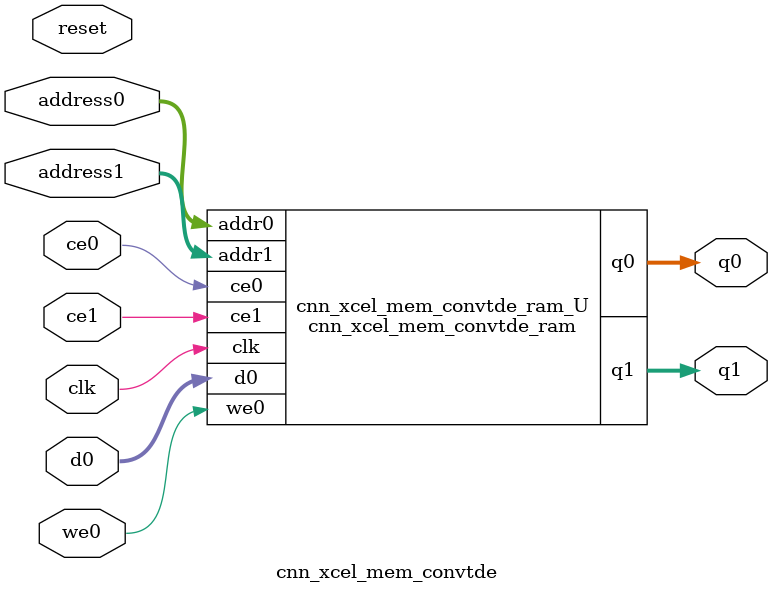
<source format=v>

`timescale 1 ns / 1 ps
module cnn_xcel_mem_convtde_ram (addr0, ce0, d0, we0, q0, addr1, ce1, q1,  clk);

parameter DWIDTH = 14;
parameter AWIDTH = 8;
parameter MEM_SIZE = 160;

input[AWIDTH-1:0] addr0;
input ce0;
input[DWIDTH-1:0] d0;
input we0;
output reg[DWIDTH-1:0] q0;
input[AWIDTH-1:0] addr1;
input ce1;
output reg[DWIDTH-1:0] q1;
input clk;

(* ram_style = "block" *)reg [DWIDTH-1:0] ram[0:MEM_SIZE-1];




always @(posedge clk)  
begin 
    if (ce0) 
    begin
        if (we0) 
        begin 
            ram[addr0] <= d0; 
            q0 <= d0;
        end 
        else 
            q0 <= ram[addr0];
    end
end


always @(posedge clk)  
begin 
    if (ce1) 
    begin
            q1 <= ram[addr1];
    end
end


endmodule


`timescale 1 ns / 1 ps
module cnn_xcel_mem_convtde(
    reset,
    clk,
    address0,
    ce0,
    we0,
    d0,
    q0,
    address1,
    ce1,
    q1);

parameter DataWidth = 32'd14;
parameter AddressRange = 32'd160;
parameter AddressWidth = 32'd8;
input reset;
input clk;
input[AddressWidth - 1:0] address0;
input ce0;
input we0;
input[DataWidth - 1:0] d0;
output[DataWidth - 1:0] q0;
input[AddressWidth - 1:0] address1;
input ce1;
output[DataWidth - 1:0] q1;



cnn_xcel_mem_convtde_ram cnn_xcel_mem_convtde_ram_U(
    .clk( clk ),
    .addr0( address0 ),
    .ce0( ce0 ),
    .d0( d0 ),
    .we0( we0 ),
    .q0( q0 ),
    .addr1( address1 ),
    .ce1( ce1 ),
    .q1( q1 ));

endmodule


</source>
